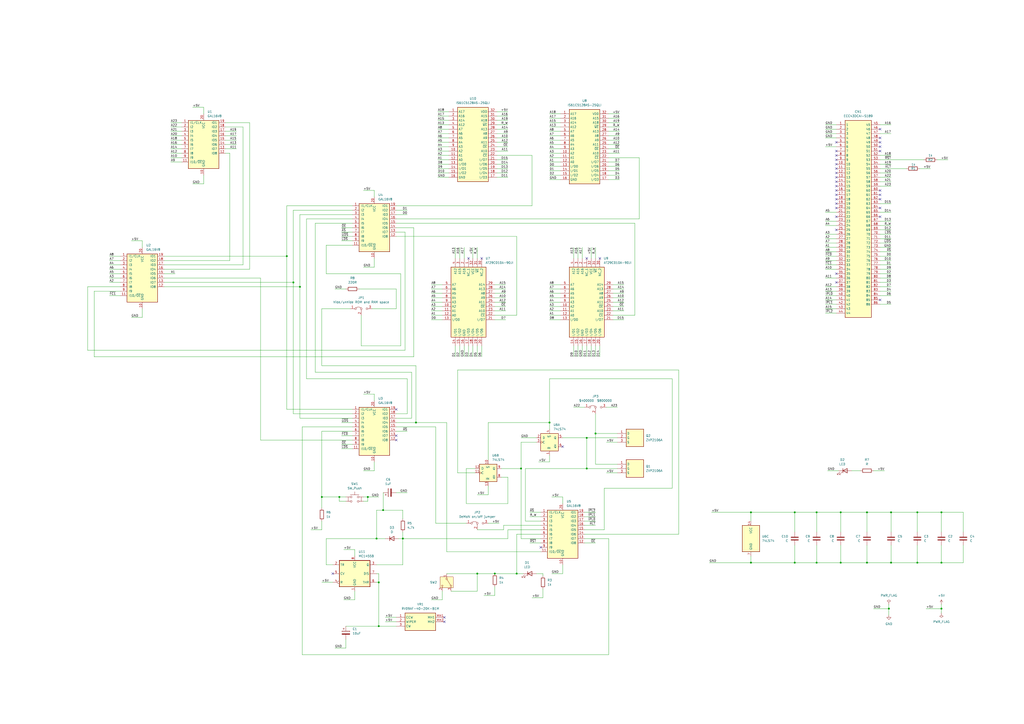
<source format=kicad_sch>
(kicad_sch (version 20250114) (generator "eeschema") (generator_version "9.0")
  (paper "A2")
  (title_block (title "Action Replay III remake") (date "2024-07-11") (comment 1 "By na103"))
  (junction (at 461.01 326.39))
  (junction (at 515.62 353.06))
  (junction (at 487.68 326.39))
  (junction (at 532.13 326.39))
  (junction (at 299.72 332.74))
  (junction (at 218.44 312.42))
  (junction (at 345.44 251.46))
  (junction (at 222.25 295.91))
  (junction (at 473.71 297.18))
  (junction (at 186.69 288.29))
  (junction (at 233.68 312.42))
  (junction (at 318.77 245.11))
  (junction (at 302.26 271.78))
  (junction (at 435.61 297.18))
  (junction (at 241.3 245.11))
  (junction (at 546.1 326.39))
  (junction (at 170.18 163.83))
  (junction (at 219.71 363.22))
  (junction (at 546.1 353.06))
  (junction (at 502.92 297.18))
  (junction (at 287.02 332.74))
  (junction (at 516.89 326.39))
  (junction (at 516.89 297.18))
  (junction (at 502.92 326.39))
  (junction (at 173.99 166.37))
  (junction (at 546.1 297.18))
  (junction (at 487.68 297.18))
  (junction (at 473.71 326.39))
  (junction (at 435.61 326.39))
  (junction (at 461.01 297.18))
  (junction (at 219.71 337.82))
  (junction (at 276.86 332.74))
  (junction (at 196.85 288.29))
  (junction (at 532.13 297.18))
  (junction (at 340.36 254))
  (junction (at 213.36 288.29))
  (junction (at 340.36 271.78))
  (junction (at 166.37 148.59))
  (no_connect (at 510.54 87.63))
  (no_connect (at 510.54 82.55))
  (no_connect (at 510.54 115.57))
  (no_connect (at 257.81 358.14))
  (no_connect (at 229.87 252.73))
  (no_connect (at 485.14 113.03))
  (no_connect (at 485.14 133.35))
  (no_connect (at 485.14 105.41))
  (no_connect (at 229.87 237.49))
  (no_connect (at 485.14 92.71))
  (no_connect (at 313.69 317.5))
  (no_connect (at 510.54 120.65))
  (no_connect (at 485.14 118.11))
  (no_connect (at 485.14 125.73))
  (no_connect (at 485.14 102.87))
  (no_connect (at 510.54 173.99))
  (no_connect (at 485.14 87.63))
  (no_connect (at 279.4 149.86))
  (no_connect (at 193.04 332.74))
  (no_connect (at 485.14 107.95))
  (no_connect (at 271.78 149.86))
  (no_connect (at 485.14 163.83))
  (no_connect (at 510.54 110.49))
  (no_connect (at 510.54 80.01))
  (no_connect (at 326.39 259.08))
  (no_connect (at 485.14 158.75))
  (no_connect (at 347.98 149.86))
  (no_connect (at 485.14 95.25))
  (no_connect (at 485.14 82.55))
  (no_connect (at 485.14 100.33))
  (no_connect (at 510.54 74.93))
  (no_connect (at 229.87 255.27))
  (no_connect (at 510.54 85.09))
  (no_connect (at 257.81 360.68))
  (no_connect (at 510.54 113.03))
  (no_connect (at 510.54 125.73))
  (no_connect (at 485.14 90.17))
  (no_connect (at 485.14 115.57))
  (no_connect (at 485.14 97.79))
  (no_connect (at 485.14 110.49))
  (no_connect (at 485.14 120.65))
  (no_connect (at 340.36 149.86))
  (wire (pts (xy 308.61 90.17) (xy 288.29 90.17)))
  (wire (pts (xy 198.12 257.81) (xy 204.47 257.81)))
  (wire (pts (xy 229.87 179.07) (xy 215.9 179.07)))
  (wire (pts (xy 478.79 168.91) (xy 485.14 168.91)))
  (wire (pts (xy 198.12 134.62) (xy 204.47 134.62)))
  (wire (pts (xy 133.35 151.13) (xy 133.35 88.9)))
  (wire (pts (xy 218.44 312.42) (xy 223.52 312.42)))
  (wire (pts (xy 546.1 316.23) (xy 546.1 326.39)))
  (wire (pts (xy 478.79 151.13) (xy 485.14 151.13)))
  (wire (pts (xy 478.79 146.05) (xy 485.14 146.05)))
  (wire (pts (xy 95.25 153.67) (xy 140.97 153.67)))
  (wire (pts (xy 318.77 81.28) (xy 325.12 81.28)))
  (wire (pts (xy 250.19 182.88) (xy 256.54 182.88)))
  (wire (pts (xy 350.52 307.34) (xy 350.52 283.21)))
  (wire (pts (xy 326.39 288.29) (xy 326.39 292.1)))
  (wire (pts (xy 254 64.77) (xy 260.35 64.77)))
  (wire (pts (xy 99.06 83.82) (xy 105.41 83.82)))
  (wire (pts (xy 294.64 307.34) (xy 294.64 312.42)))
  (wire (pts (xy 294.64 92.71) (xy 288.29 92.71)))
  (wire (pts (xy 217.17 267.97) (xy 217.17 273.05)))
  (wire (pts (xy 435.61 326.39) (xy 461.01 326.39)))
  (wire (pts (xy 345.44 314.96) (xy 339.09 314.96)))
  (wire (pts (xy 111.76 106.68) (xy 118.11 106.68)))
  (wire (pts (xy 516.89 146.05) (xy 510.54 146.05)))
  (wire (pts (xy 259.08 332.74) (xy 276.86 332.74)))
  (wire (pts (xy 293.37 170.18) (xy 287.02 170.18)))
  (wire (pts (xy 95.25 151.13) (xy 133.35 151.13)))
  (wire (pts (xy 532.13 297.18) (xy 532.13 308.61)))
  (wire (pts (xy 539.75 97.79) (xy 533.4 97.79)))
  (wire (pts (xy 293.37 172.72) (xy 287.02 172.72)))
  (wire (pts (xy 265.43 274.32) (xy 275.59 274.32)))
  (wire (pts (xy 359.41 68.58) (xy 353.06 68.58)))
  (wire (pts (xy 487.68 326.39) (xy 487.68 316.23)))
  (wire (pts (xy 276.86 143.51) (xy 276.86 149.86)))
  (wire (pts (xy 294.64 100.33) (xy 288.29 100.33)))
  (wire (pts (xy 461.01 326.39) (xy 473.71 326.39)))
  (wire (pts (xy 173.99 166.37) (xy 173.99 242.57)))
  (wire (pts (xy 318.77 182.88) (xy 325.12 182.88)))
  (wire (pts (xy 546.1 297.18) (xy 546.1 308.61)))
  (wire (pts (xy 318.77 245.11) (xy 318.77 248.92)))
  (wire (pts (xy 213.36 288.29) (xy 213.36 290.83)))
  (wire (pts (xy 411.48 326.39) (xy 435.61 326.39)))
  (wire (pts (xy 266.7 207.01) (xy 266.7 200.66)))
  (wire (pts (xy 546.1 350.52) (xy 546.1 353.06)))
  (wire (pts (xy 478.79 181.61) (xy 485.14 181.61)))
  (wire (pts (xy 198.12 137.16) (xy 204.47 137.16)))
  (wire (pts (xy 318.77 66.04) (xy 325.12 66.04)))
  (wire (pts (xy 236.22 250.19) (xy 229.87 250.19)))
  (wire (pts (xy 99.06 76.2) (xy 105.41 76.2)))
  (wire (pts (xy 232.41 158.75) (xy 232.41 200.66)))
  (wire (pts (xy 370.84 127) (xy 370.84 91.44)))
  (wire (pts (xy 196.85 290.83) (xy 200.66 290.83)))
  (wire (pts (xy 516.89 123.19) (xy 510.54 123.19)))
  (wire (pts (xy 350.52 283.21) (xy 389.89 283.21)))
  (wire (pts (xy 254 95.25) (xy 260.35 95.25)))
  (wire (pts (xy 210.82 228.6) (xy 217.17 228.6)))
  (wire (pts (xy 101.6 158.75) (xy 95.25 158.75)))
  (wire (pts (xy 229.87 132.08) (xy 240.03 132.08)))
  (wire (pts (xy 293.37 165.1) (xy 287.02 165.1)))
  (wire (pts (xy 461.01 297.18) (xy 473.71 297.18)))
  (wire (pts (xy 254 74.93) (xy 260.35 74.93)))
  (wire (pts (xy 250.19 170.18) (xy 256.54 170.18)))
  (wire (pts (xy 250.19 177.8) (xy 256.54 177.8)))
  (wire (pts (xy 345.44 297.18) (xy 339.09 297.18)))
  (wire (pts (xy 516.89 151.13) (xy 510.54 151.13)))
  (wire (pts (xy 502.92 297.18) (xy 502.92 308.61)))
  (wire (pts (xy 50.8 203.2) (xy 50.8 166.37)))
  (wire (pts (xy 95.25 161.29) (xy 151.13 161.29)))
  (wire (pts (xy 259.08 245.11) (xy 241.3 245.11)))
  (wire (pts (xy 205.74 318.77) (xy 205.74 322.58)))
  (wire (pts (xy 254 77.47) (xy 260.35 77.47)))
  (wire (pts (xy 254 67.31) (xy 260.35 67.31)))
  (wire (pts (xy 313.69 312.42) (xy 302.26 312.42)))
  (wire (pts (xy 487.68 297.18) (xy 502.92 297.18)))
  (wire (pts (xy 210.82 154.94) (xy 217.17 154.94)))
  (wire (pts (xy 63.5 161.29) (xy 69.85 161.29)))
  (wire (pts (xy 516.89 138.43) (xy 510.54 138.43)))
  (wire (pts (xy 250.19 185.42) (xy 256.54 185.42)))
  (wire (pts (xy 293.37 177.8) (xy 287.02 177.8)))
  (wire (pts (xy 213.36 288.29) (xy 219.71 288.29)))
  (wire (pts (xy 236.22 124.46) (xy 229.87 124.46)))
  (wire (pts (xy 254 69.85) (xy 260.35 69.85)))
  (wire (pts (xy 361.95 185.42) (xy 355.6 185.42)))
  (wire (pts (xy 294.64 85.09) (xy 288.29 85.09)))
  (wire (pts (xy 516.89 133.35) (xy 510.54 133.35)))
  (wire (pts (xy 513.08 273.05) (xy 506.73 273.05)))
  (wire (pts (xy 241.3 212.09) (xy 186.69 212.09)))
  (wire (pts (xy 478.79 153.67) (xy 485.14 153.67)))
  (wire (pts (xy 137.16 83.82) (xy 130.81 83.82)))
  (wire (pts (xy 177.8 219.71) (xy 236.22 219.71)))
  (wire (pts (xy 478.79 77.47) (xy 485.14 77.47)))
  (wire (pts (xy 186.69 212.09) (xy 186.69 179.07)))
  (wire (pts (xy 99.06 81.28) (xy 105.41 81.28)))
  (wire (pts (xy 478.79 148.59) (xy 485.14 148.59)))
  (wire (pts (xy 435.61 297.18) (xy 435.61 302.26)))
  (wire (pts (xy 478.79 138.43) (xy 485.14 138.43)))
  (wire (pts (xy 516.89 143.51) (xy 510.54 143.51)))
  (wire (pts (xy 294.64 74.93) (xy 288.29 74.93)))
  (wire (pts (xy 294.64 77.47) (xy 288.29 77.47)))
  (wire (pts (xy 254 90.17) (xy 260.35 90.17)))
  (wire (pts (xy 308.61 119.38) (xy 308.61 90.17)))
  (wire (pts (xy 393.7 309.88) (xy 393.7 214.63)))
  (wire (pts (xy 353.06 379.73) (xy 175.26 379.73)))
  (wire (pts (xy 314.96 334.01) (xy 314.96 332.74)))
  (wire (pts (xy 217.17 110.49) (xy 217.17 114.3)))
  (wire (pts (xy 314.96 332.74) (xy 311.15 332.74)))
  (wire (pts (xy 515.62 353.06) (xy 515.62 356.87)))
  (wire (pts (xy 302.26 256.54) (xy 311.15 256.54)))
  (wire (pts (xy 276.86 207.01) (xy 276.86 200.66)))
  (wire (pts (xy 516.89 176.53) (xy 510.54 176.53)))
  (wire (pts (xy 516.89 326.39) (xy 516.89 316.23)))
  (wire (pts (xy 222.25 285.75) (xy 222.25 295.91)))
  (wire (pts (xy 95.25 166.37) (xy 173.99 166.37)))
  (wire (pts (xy 252.73 303.53) (xy 270.51 303.53)))
  (wire (pts (xy 279.4 207.01) (xy 279.4 200.66)))
  (wire (pts (xy 318.77 172.72) (xy 325.12 172.72)))
  (wire (pts (xy 236.22 285.75) (xy 229.87 285.75)))
  (wire (pts (xy 99.06 91.44) (xy 105.41 91.44)))
  (wire (pts (xy 510.54 92.71) (xy 535.94 92.71)))
  (wire (pts (xy 210.82 110.49) (xy 217.17 110.49)))
  (wire (pts (xy 200.66 363.22) (xy 219.71 363.22)))
  (wire (pts (xy 546.1 353.06) (xy 546.1 355.6)))
  (wire (pts (xy 240.03 132.08) (xy 240.03 207.01)))
  (wire (pts (xy 233.68 308.61) (xy 233.68 312.42)))
  (wire (pts (xy 358.14 236.22) (xy 351.79 236.22)))
  (wire (pts (xy 63.5 153.67) (xy 69.85 153.67)))
  (wire (pts (xy 389.89 219.71) (xy 318.77 219.71)))
  (wire (pts (xy 198.12 252.73) (xy 204.47 252.73)))
  (wire (pts (xy 478.79 85.09) (xy 485.14 85.09)))
  (wire (pts (xy 276.86 307.34) (xy 292.1 307.34)))
  (wire (pts (xy 287.02 332.74) (xy 276.86 332.74)))
  (wire (pts (xy 287.02 340.36) (xy 287.02 345.44)))
  (wire (pts (xy 359.41 88.9) (xy 353.06 88.9)))
  (wire (pts (xy 359.41 83.82) (xy 353.06 83.82)))
  (wire (pts (xy 318.77 185.42) (xy 325.12 185.42)))
  (wire (pts (xy 359.41 76.2) (xy 353.06 76.2)))
  (wire (pts (xy 189.23 142.24) (xy 189.23 158.75)))
  (wire (pts (xy 118.11 62.23) (xy 118.11 66.04)))
  (wire (pts (xy 218.44 327.66) (xy 233.68 327.66)))
  (wire (pts (xy 210.82 273.05) (xy 217.17 273.05)))
  (wire (pts (xy 359.41 81.28) (xy 353.06 81.28)))
  (wire (pts (xy 361.95 175.26) (xy 355.6 175.26)))
  (wire (pts (xy 261.62 342.9) (xy 276.86 342.9)))
  (wire (pts (xy 361.95 177.8) (xy 355.6 177.8)))
  (wire (pts (xy 189.23 158.75) (xy 232.41 158.75)))
  (wire (pts (xy 302.26 312.42) (xy 302.26 271.78)))
  (wire (pts (xy 342.9 149.86) (xy 342.9 143.51)))
  (wire (pts (xy 250.19 180.34) (xy 256.54 180.34)))
  (wire (pts (xy 516.89 107.95) (xy 510.54 107.95)))
  (wire (pts (xy 293.37 175.26) (xy 287.02 175.26)))
  (wire (pts (xy 182.88 215.9) (xy 238.76 215.9)))
  (wire (pts (xy 516.89 326.39) (xy 532.13 326.39)))
  (wire (pts (xy 238.76 242.57) (xy 229.87 242.57)))
  (wire (pts (xy 339.09 307.34) (xy 350.52 307.34)))
  (wire (pts (xy 219.71 363.22) (xy 229.87 363.22)))
  (wire (pts (xy 478.79 74.93) (xy 485.14 74.93)))
  (wire (pts (xy 186.69 250.19) (xy 186.69 288.29)))
  (wire (pts (xy 250.19 175.26) (xy 256.54 175.26)))
  (wire (pts (xy 95.25 156.21) (xy 144.78 156.21)))
  (wire (pts (xy 290.83 276.86) (xy 294.64 276.86)))
  (wire (pts (xy 270.51 271.78) (xy 275.59 271.78)))
  (wire (pts (xy 318.77 167.64) (xy 325.12 167.64)))
  (wire (pts (xy 478.79 161.29) (xy 485.14 161.29)))
  (wire (pts (xy 218.44 312.42) (xy 189.23 312.42)))
  (wire (pts (xy 345.44 302.26) (xy 339.09 302.26)))
  (wire (pts (xy 516.89 105.41) (xy 510.54 105.41)))
  (wire (pts (xy 54.61 168.91) (xy 69.85 168.91)))
  (wire (pts (xy 546.1 326.39) (xy 532.13 326.39)))
  (wire (pts (xy 318.77 165.1) (xy 325.12 165.1)))
  (wire (pts (xy 151.13 255.27) (xy 204.47 255.27)))
  (wire (pts (xy 177.8 127) (xy 177.8 219.71)))
  (wire (pts (xy 302.26 271.78) (xy 302.26 256.54)))
  (wire (pts (xy 516.89 102.87) (xy 510.54 102.87)))
  (wire (pts (xy 82.55 179.07) (xy 82.55 184.15)))
  (wire (pts (xy 478.79 135.89) (xy 485.14 135.89)))
  (wire (pts (xy 345.44 207.01) (xy 345.44 200.66)))
  (wire (pts (xy 368.3 182.88) (xy 355.6 182.88)))
  (wire (pts (xy 292.1 304.8) (xy 313.69 304.8)))
  (wire (pts (xy 307.34 299.72) (xy 313.69 299.72)))
  (wire (pts (xy 99.06 86.36) (xy 105.41 86.36)))
  (wire (pts (xy 63.5 148.59) (xy 69.85 148.59)))
  (wire (pts (xy 359.41 66.04) (xy 353.06 66.04)))
  (wire (pts (xy 223.52 360.68) (xy 229.87 360.68)))
  (wire (pts (xy 205.74 342.9) (xy 205.74 347.98)))
  (wire (pts (xy 294.64 95.25) (xy 288.29 95.25)))
  (wire (pts (xy 204.47 121.92) (xy 170.18 121.92)))
  (wire (pts (xy 229.87 247.65) (xy 252.73 247.65)))
  (wire (pts (xy 478.79 166.37) (xy 485.14 166.37)))
  (wire (pts (xy 217.17 149.86) (xy 217.17 154.94)))
  (wire (pts (xy 516.89 77.47) (xy 510.54 77.47)))
  (wire (pts (xy 549.91 92.71) (xy 543.56 92.71)))
  (wire (pts (xy 302.26 254) (xy 311.15 254)))
  (wire (pts (xy 137.16 86.36) (xy 130.81 86.36)))
  (wire (pts (xy 208.28 167.64) (xy 229.87 167.64)))
  (wire (pts (xy 361.95 180.34) (xy 355.6 180.34)))
  (wire (pts (xy 218.44 337.82) (xy 219.71 337.82)))
  (wire (pts (xy 299.72 182.88) (xy 287.02 182.88)))
  (wire (pts (xy 76.2 139.7) (xy 82.55 139.7)))
  (wire (pts (xy 487.68 297.18) (xy 487.68 308.61)))
  (wire (pts (xy 213.36 288.29) (xy 210.82 288.29)))
  (wire (pts (xy 361.95 172.72) (xy 355.6 172.72)))
  (wire (pts (xy 337.82 207.01) (xy 337.82 200.66)))
  (wire (pts (xy 313.69 307.34) (xy 294.64 307.34)))
  (wire (pts (xy 359.41 99.06) (xy 353.06 99.06)))
  (wire (pts (xy 359.41 96.52) (xy 353.06 96.52)))
  (wire (pts (xy 478.79 72.39) (xy 485.14 72.39)))
  (wire (pts (xy 173.99 242.57) (xy 204.47 242.57)))
  (wire (pts (xy 546.1 297.18) (xy 558.8 297.18)))
  (wire (pts (xy 82.55 139.7) (xy 82.55 143.51)))
  (wire (pts (xy 170.18 163.83) (xy 170.18 240.03)))
  (wire (pts (xy 254 97.79) (xy 260.35 97.79)))
  (wire (pts (xy 345.44 269.24) (xy 358.14 269.24)))
  (wire (pts (xy 294.64 72.39) (xy 288.29 72.39)))
  (wire (pts (xy 151.13 161.29) (xy 151.13 255.27)))
  (wire (pts (xy 318.77 264.16) (xy 318.77 267.97)))
  (wire (pts (xy 137.16 76.2) (xy 130.81 76.2)))
  (wire (pts (xy 270.51 292.1) (xy 270.51 271.78)))
  (wire (pts (xy 480.06 273.05) (xy 486.41 273.05)))
  (wire (pts (xy 294.64 292.1) (xy 270.51 292.1)))
  (wire (pts (xy 473.71 297.18) (xy 473.71 308.61)))
  (wire (pts (xy 233.68 312.42) (xy 294.64 312.42)))
  (wire (pts (xy 198.12 132.08) (xy 204.47 132.08)))
  (wire (pts (xy 318.77 104.14) (xy 325.12 104.14)))
  (wire (pts (xy 506.73 353.06) (xy 515.62 353.06)))
  (wire (pts (xy 50.8 166.37) (xy 69.85 166.37)))
  (wire (pts (xy 359.41 71.12) (xy 353.06 71.12)))
  (wire (pts (xy 516.89 161.29) (xy 510.54 161.29)))
  (wire (pts (xy 254 82.55) (xy 260.35 82.55)))
  (wire (pts (xy 189.23 142.24) (xy 204.47 142.24)))
  (wire (pts (xy 345.44 143.51) (xy 345.44 149.86)))
  (wire (pts (xy 293.37 185.42) (xy 287.02 185.42)))
  (wire (pts (xy 332.74 143.51) (xy 332.74 149.86)))
  (wire (pts (xy 294.64 80.01) (xy 288.29 80.01)))
  (wire (pts (xy 232.41 200.66) (xy 209.55 200.66)))
  (wire (pts (xy 299.72 309.88) (xy 299.72 332.74)))
  (wire (pts (xy 516.89 156.21) (xy 510.54 156.21)))
  (wire (pts (xy 303.53 332.74) (xy 299.72 332.74)))
  (wire (pts (xy 233.68 300.99) (xy 233.68 295.91)))
  (wire (pts (xy 318.77 170.18) (xy 325.12 170.18)))
  (wire (pts (xy 166.37 119.38) (xy 204.47 119.38)))
  (wire (pts (xy 293.37 180.34) (xy 287.02 180.34)))
  (wire (pts (xy 318.77 177.8) (xy 325.12 177.8)))
  (wire (pts (xy 198.12 260.35) (xy 204.47 260.35)))
  (wire (pts (xy 345.44 251.46) (xy 358.14 251.46)))
  (wire (pts (xy 283.21 266.7) (xy 283.21 245.11)))
  (wire (pts (xy 389.89 283.21) (xy 389.89 219.71)))
  (wire (pts (xy 537.21 353.06) (xy 546.1 353.06)))
  (wire (pts (xy 461.01 316.23) (xy 461.01 326.39)))
  (wire (pts (xy 137.16 78.74) (xy 130.81 78.74)))
  (wire (pts (xy 326.39 327.66) (xy 326.39 332.74)))
  (wire (pts (xy 494.03 273.05) (xy 499.11 273.05)))
  (wire (pts (xy 307.34 314.96) (xy 313.69 314.96)))
  (wire (pts (xy 318.77 180.34) (xy 325.12 180.34)))
  (wire (pts (xy 478.79 156.21) (xy 485.14 156.21)))
  (wire (pts (xy 345.44 304.8) (xy 339.09 304.8)))
  (wire (pts (xy 516.89 153.67) (xy 510.54 153.67)))
  (wire (pts (xy 209.55 200.66) (xy 209.55 182.88)))
  (wire (pts (xy 478.79 179.07) (xy 485.14 179.07)))
  (wire (pts (xy 166.37 119.38) (xy 166.37 148.59)))
  (wire (pts (xy 359.41 101.6) (xy 353.06 101.6)))
  (wire (pts (xy 487.68 326.39) (xy 502.92 326.39)))
  (wire (pts (xy 217.17 228.6) (xy 217.17 232.41)))
  (wire (pts (xy 312.42 267.97) (xy 318.77 267.97)))
  (wire (pts (xy 198.12 245.11) (xy 204.47 245.11)))
  (wire (pts (xy 238.76 215.9) (xy 238.76 242.57)))
  (wire (pts (xy 219.71 337.82) (xy 219.71 363.22)))
  (wire (pts (xy 274.32 149.86) (xy 274.32 143.51)))
  (wire (pts (xy 478.79 176.53) (xy 485.14 176.53)))
  (wire (pts (xy 166.37 148.59) (xy 166.37 237.49)))
  (wire (pts (xy 229.87 129.54) (xy 368.3 129.54)))
  (wire (pts (xy 218.44 295.91) (xy 218.44 312.42)))
  (wire (pts (xy 473.71 297.18) (xy 487.68 297.18)))
  (wire (pts (xy 299.72 137.16) (xy 229.87 137.16)))
  (wire (pts (xy 140.97 73.66) (xy 130.81 73.66)))
  (wire (pts (xy 339.09 312.42) (xy 353.06 312.42)))
  (wire (pts (xy 359.41 73.66) (xy 353.06 73.66)))
  (wire (pts (xy 335.28 143.51) (xy 335.28 149.86)))
  (wire (pts (xy 318.77 73.66) (xy 325.12 73.66)))
  (wire (pts (xy 63.5 171.45) (xy 69.85 171.45)))
  (wire (pts (xy 266.7 143.51) (xy 266.7 149.86)))
  (wire (pts (xy 254 87.63) (xy 260.35 87.63)))
  (wire (pts (xy 175.26 247.65) (xy 204.47 247.65)))
  (wire (pts (xy 370.84 91.44) (xy 353.06 91.44)))
  (wire (pts (xy 99.06 93.98) (xy 105.41 93.98)))
  (wire (pts (xy 516.89 297.18) (xy 516.89 308.61)))
  (wire (pts (xy 254 85.09) (xy 260.35 85.09)))
  (wire (pts (xy 351.79 256.54) (xy 358.14 256.54)))
  (wire (pts (xy 199.39 318.77) (xy 205.74 318.77)))
  (wire (pts (xy 359.41 78.74) (xy 353.06 78.74)))
  (wire (pts (xy 337.82 143.51) (xy 337.82 149.86)))
  (wire (pts (xy 313.69 302.26) (xy 304.8 302.26)))
  (wire (pts (xy 294.64 64.77) (xy 288.29 64.77)))
  (wire (pts (xy 478.79 171.45) (xy 485.14 171.45)))
  (wire (pts (xy 558.8 326.39) (xy 546.1 326.39)))
  (wire (pts (xy 318.77 91.44) (xy 325.12 91.44)))
  (wire (pts (xy 95.25 163.83) (xy 170.18 163.83)))
  (wire (pts (xy 516.89 118.11) (xy 510.54 118.11)))
  (wire (pts (xy 133.35 88.9) (xy 130.81 88.9)))
  (wire (pts (xy 368.3 129.54) (xy 368.3 182.88)))
  (wire (pts (xy 111.76 62.23) (xy 118.11 62.23)))
  (wire (pts (xy 186.69 337.82) (xy 193.04 337.82)))
  (wire (pts (xy 516.89 130.81) (xy 510.54 130.81)))
  (wire (pts (xy 502.92 326.39) (xy 516.89 326.39)))
  (wire (pts (xy 299.72 332.74) (xy 287.02 332.74)))
  (wire (pts (xy 186.69 288.29) (xy 196.85 288.29)))
  (wire (pts (xy 265.43 214.63) (xy 265.43 274.32)))
  (wire (pts (xy 240.03 207.01) (xy 54.61 207.01)))
  (wire (pts (xy 54.61 207.01) (xy 54.61 168.91)))
  (wire (pts (xy 204.47 127) (xy 177.8 127)))
  (wire (pts (xy 186.69 302.26) (xy 186.69 307.34)))
  (wire (pts (xy 99.06 71.12) (xy 105.41 71.12)))
  (wire (pts (xy 359.41 86.36) (xy 353.06 86.36)))
  (wire (pts (xy 318.77 71.12) (xy 325.12 71.12)))
  (wire (pts (xy 118.11 101.6) (xy 118.11 106.68)))
  (wire (pts (xy 233.68 295.91) (xy 222.25 295.91)))
  (wire (pts (xy 182.88 129.54) (xy 182.88 215.9)))
  (wire (pts (xy 204.47 250.19) (xy 186.69 250.19)))
  (wire (pts (xy 198.12 139.7) (xy 204.47 139.7)))
  (wire (pts (xy 234.95 203.2) (xy 50.8 203.2)))
  (wire (pts (xy 250.19 165.1) (xy 256.54 165.1)))
  (wire (pts (xy 294.64 97.79) (xy 288.29 97.79)))
  (wire (pts (xy 166.37 237.49) (xy 204.47 237.49)))
  (wire (pts (xy 516.89 171.45) (xy 510.54 171.45)))
  (wire (pts (xy 558.8 316.23) (xy 558.8 326.39)))
  (wire (pts (xy 412.75 297.18) (xy 435.61 297.18)))
  (wire (pts (xy 63.5 158.75) (xy 69.85 158.75)))
  (wire (pts (xy 340.36 271.78) (xy 340.36 254)))
  (wire (pts (xy 478.79 143.51) (xy 485.14 143.51)))
  (wire (pts (xy 345.44 251.46) (xy 345.44 269.24)))
  (wire (pts (xy 502.92 297.18) (xy 516.89 297.18)))
  (wire (pts (xy 516.89 135.89) (xy 510.54 135.89)))
  (wire (pts (xy 478.79 80.01) (xy 485.14 80.01)))
  (wire (pts (xy 144.78 71.12) (xy 130.81 71.12)))
  (wire (pts (xy 478.79 123.19) (xy 485.14 123.19)))
  (wire (pts (xy 478.79 140.97) (xy 485.14 140.97)))
  (wire (pts (xy 186.69 288.29) (xy 186.69 294.64)))
  (wire (pts (xy 196.85 288.29) (xy 200.66 288.29)))
  (wire (pts (xy 283.21 281.94) (xy 283.21 287.02)))
  (wire (pts (xy 516.89 100.33) (xy 510.54 100.33)))
  (wire (pts (xy 259.08 245.11) (xy 259.08 320.04)))
  (wire (pts (xy 252.73 247.65) (xy 252.73 303.53)))
  (wire (pts (xy 271.78 207.01) (xy 271.78 200.66)))
  (wire (pts (xy 236.22 121.92) (xy 229.87 121.92)))
  (wire (pts (xy 229.87 119.38) (xy 308.61 119.38)))
  (wire (pts (xy 347.98 207.01) (xy 347.98 200.66)))
  (wire (pts (xy 516.89 168.91) (xy 510.54 168.91)))
  (wire (pts (xy 307.34 297.18) (xy 313.69 297.18)))
  (wire (pts (xy 532.13 326.39) (xy 532.13 316.23)))
  (wire (pts (xy 194.31 375.92) (xy 200.66 375.92)))
  (wire (pts (xy 532.13 297.18) (xy 546.1 297.18)))
  (wire (pts (xy 339.09 309.88) (xy 393.7 309.88)))
  (wire (pts (xy 204.47 129.54) (xy 182.88 129.54)))
  (wire (pts (xy 292.1 307.34) (xy 292.1 304.8)))
  (wire (pts (xy 144.78 156.21) (xy 144.78 71.12)))
  (wire (pts (xy 229.87 245.11) (xy 241.3 245.11)))
  (wire (pts (xy 478.79 173.99) (xy 485.14 173.99)))
  (wire (pts (xy 254 92.71) (xy 260.35 92.71)))
  (wire (pts (xy 359.41 104.14) (xy 353.06 104.14)))
  (wire (pts (xy 361.95 167.64) (xy 355.6 167.64)))
  (wire (pts (xy 199.39 347.98) (xy 205.74 347.98)))
  (wire (pts (xy 196.85 288.29) (xy 196.85 290.83)))
  (wire (pts (xy 254 80.01) (xy 260.35 80.01)))
  (wire (pts (xy 189.23 312.42) (xy 189.23 327.66)))
  (wire (pts (xy 516.89 297.18) (xy 532.13 297.18)))
  (wire (pts (xy 393.7 214.63) (xy 265.43 214.63)))
  (wire (pts (xy 502.92 326.39) (xy 502.92 316.23)))
  (wire (pts (xy 264.16 143.51) (xy 264.16 149.86)))
  (wire (pts (xy 259.08 320.04) (xy 313.69 320.04)))
  (wire (pts (xy 351.79 274.32) (xy 358.14 274.32)))
  (wire (pts (xy 231.14 312.42) (xy 233.68 312.42)))
  (wire (pts (xy 313.69 309.88) (xy 299.72 309.88)))
  (wire (pts (xy 229.87 127) (xy 370.84 127)))
  (wire (pts (xy 269.24 143.51) (xy 269.24 149.86)))
  (wire (pts (xy 318.77 78.74) (xy 325.12 78.74)))
  (wire (pts (xy 274.32 207.01) (xy 274.32 200.66)))
  (wire (pts (xy 345.44 240.03) (xy 345.44 251.46)))
  (wire (pts (xy 218.44 332.74) (xy 219.71 332.74)))
  (wire (pts (xy 340.36 207.01) (xy 340.36 200.66)))
  (wire (pts (xy 276.86 287.02) (xy 283.21 287.02)))
  (wire (pts (xy 189.23 327.66) (xy 193.04 327.66)))
  (wire (pts (xy 353.06 312.42) (xy 353.06 379.73)))
  (wire (pts (xy 175.26 379.73) (xy 175.26 247.65)))
  (wire (pts (xy 194.31 167.64) (xy 200.66 167.64)))
  (wire (pts (xy 308.61 346.71) (xy 314.96 346.71)))
  (wire (pts (xy 304.8 302.26) (xy 304.8 271.78)))
  (wire (pts (xy 76.2 184.15) (xy 82.55 184.15)))
  (wire (pts (xy 283.21 245.11) (xy 318.77 245.11)))
  (wire (pts (xy 345.44 299.72) (xy 339.09 299.72)))
  (wire (pts (xy 318.77 175.26) (xy 325.12 175.26)))
  (wire (pts (xy 180.34 307.34) (xy 186.69 307.34)))
  (wire (pts (xy 186.69 179.07) (xy 203.2 179.07)))
  (wire (pts (xy 478.79 130.81) (xy 485.14 130.81)))
  (wire (pts (xy 222.25 295.91) (xy 218.44 295.91)))
  (wire (pts (xy 170.18 121.92) (xy 170.18 163.83)))
  (wire (pts (xy 516.89 140.97) (xy 510.54 140.97)))
  (wire (pts (xy 250.19 347.98) (xy 256.54 347.98)))
  (wire (pts (xy 254 100.33) (xy 260.35 100.33)))
  (wire (pts (xy 473.71 326.39) (xy 487.68 326.39)))
  (wire (pts (xy 515.62 350.52) (xy 515.62 353.06)))
  (wire (pts (xy 294.64 67.31) (xy 288.29 67.31)))
  (wire (pts (xy 236.22 219.71) (xy 236.22 240.03)))
  (wire (pts (xy 236.22 240.03) (xy 229.87 240.03)))
  (wire (pts (xy 276.86 332.74) (xy 276.86 342.9)))
  (wire (pts (xy 63.5 163.83) (xy 69.85 163.83)))
  (wire (pts (xy 294.64 276.86) (xy 294.64 292.1)))
  (wire (pts (xy 342.9 207.01) (xy 342.9 200.66)))
  (wire (pts (xy 264.16 207.01) (xy 264.16 200.66)))
  (wire (pts (xy 173.99 124.46) (xy 173.99 166.37)))
  (wire (pts (xy 299.72 137.16) (xy 299.72 182.88)))
  (wire (pts (xy 293.37 167.64) (xy 287.02 167.64)))
  (wire (pts (xy 320.04 332.74) (xy 326.39 332.74)))
  (wire (pts (xy 250.19 172.72) (xy 256.54 172.72)))
  (wire (pts (xy 269.24 207.01) (xy 269.24 200.66)))
  (wire (pts (xy 254 102.87) (xy 260.35 102.87)))
  (wire (pts (xy 95.25 148.59) (xy 166.37 148.59)))
  (wire (pts (xy 318.77 68.58) (xy 325.12 68.58)))
  (wire (pts (xy 340.36 271.78) (xy 358.14 271.78)))
  (wire (pts (xy 361.95 170.18) (xy 355.6 170.18)))
  (wire (pts (xy 461.01 297.18) (xy 461.01 308.61)))
  (wire (pts (xy 361.95 165.1) (xy 355.6 165.1)))
  (wire (pts (xy 294.64 87.63) (xy 288.29 87.63)))
  (wire (pts (xy 435.61 297.18) (xy 461.01 297.18)))
  (wire (pts (xy 516.89 166.37) (xy 510.54 166.37)))
  (wire (pts (xy 290.83 271.78) (xy 302.26 271.78)))
  (wire (pts (xy 318.77 93.98) (xy 325.12 93.98)))
  (wire (pts (xy 516.89 163.83) (xy 510.54 163.83)))
  (wire (pts (xy 234.95 134.62) (xy 234.95 203.2)))
  (wire (pts (xy 99.06 78.74) (xy 105.41 78.74)))
  (wire (pts (xy 516.89 90.17) (xy 510.54 90.17)))
  (wire (pts (xy 318.77 219.71) (xy 318.77 245.11)))
  (wire (pts (xy 137.16 81.28) (xy 130.81 81.28)))
  (wire (pts (xy 326.39 254) (xy 340.36 254)))
  (wire (pts (xy 318.77 96.52) (xy 325.12 96.52)))
  (wire (pts (xy 289.56 303.53) (xy 283.21 303.53)))
  (wire (pts (xy 516.89 72.39) (xy 510.54 72.39)))
  (wire (pts (xy 435.61 326.39) (xy 435.61 322.58)))
  (wire (pts (xy 256.54 342.9) (xy 256.54 347.98)))
  (wire (pts (xy 223.52 358.14) (xy 229.87 358.14)))
  (wire (pts (xy 200.66 370.84) (xy 200.66 375.92)))
  (wire (pts (xy 229.87 134.62) (xy 234.95 134.62)))
  (wire (pts (xy 516.89 128.27) (xy 510.54 128.27)))
  (wire (pts (xy 229.87 167.64) (xy 229.87 179.07)))
  (wire (pts (xy 510.54 97.79) (xy 525.78 97.79)))
  (wire (pts (xy 140.97 153.67) (xy 140.97 73.66)))
  (wire (pts (xy 318.77 99.06) (xy 325.12 99.06)))
  (wire (pts (xy 99.06 73.66) (xy 105.41 73.66)))
  (wire (pts (xy 280.67 345.44) (xy 287.02 345.44)))
  (wire (pts (xy 332.74 207.01) (xy 332.74 200.66)))
  (wire (pts (xy 304.8 271.78) (xy 340.36 271.78)))
  (wire (pts (xy 516.89 95.25) (xy 510.54 95.25)))
  (wire (pts (xy 335.28 207.01) (xy 335.28 200.66)))
  (wire (pts (xy 241.3 245.11) (xy 241.3 212.09)))
  (wire (pts (xy 99.06 88.9) (xy 105.41 88.9)))
  (wire (pts (xy 233.68 327.66) (xy 233.68 312.42)))
  (wire (pts (xy 314.96 341.63) (xy 314.96 346.71)))
  (wire (pts (xy 340.36 254) (xy 358.14 254)))
  (wire (pts (xy 318.77 83.82) (xy 325.12 83.82)))
  (wire (pts (xy 318.77 88.9) (xy 325.12 88.9)))
  (wire (pts (xy 478.79 128.27) (xy 485.14 128.27)))
  (wire (pts (xy 318.77 86.36) (xy 325.12 86.36)))
  (wire (pts (xy 318.77 101.6) (xy 325.12 101.6)))
  (wire (pts (xy 516.89 158.75) (xy 510.54 158.75)))
  (wire (pts (xy 516.89 148.59) (xy 510.54 148.59)))
  (wire (pts (xy 294.64 102.87) (xy 288.29 102.87)))
  (wire (pts (xy 63.5 156.21) (xy 69.85 156.21)))
  (wire (pts (xy 204.47 124.46) (xy 173.99 124.46)))
  (wire (pts (xy 170.18 240.03) (xy 204.47 240.03)))
  (wire (pts (xy 558.8 297.18) (xy 558.8 308.61)))
  (wire (pts (xy 332.74 236.22) (xy 339.09 236.22)))
  (wire (pts (xy 219.71 332.74) (xy 219.71 337.82)))
  (wire (pts (xy 213.36 290.83) (xy 210.82 290.83)))
  (wire (pts (xy 294.64 69.85) (xy 288.29 69.85)))
  (wire (pts (xy 359.41 93.98) (xy 353.06 93.98)))
  (wire (pts (xy 294.64 82.55) (xy 288.29 82.55)))
  (wire (pts (xy 473.71 316.23) (xy 473.71 326.39)))
  (wire (pts (xy 254 72.39) (xy 260.35 72.39)))
  (wire (pts (xy 63.5 151.13) (xy 69.85 151.13)))
  (wire (pts (xy 250.19 167.64) (xy 256.54 167.64)))
  (wire (pts (xy 318.77 76.2) (xy 325.12 76.2)))
  (wire (pts (xy 320.04 288.29) (xy 326.39 288.29)))
  (label "A11" (at 294.64 87.63 180))
  (label "A13" (at 137.16 83.82 180))
  (label "D11" (at 516.89 138.43 180))
  (label "+5V" (at 111.76 62.23 0))
  (label "+5V" (at 180.34 307.34 0))
  (label "A15" (at 478.79 179.07 0))
  (label "GND" (at 194.31 167.64 0))
  (label "A16" (at 335.28 143.51 270))
  (label "D2" (at 318.77 101.6 0))
  (label "+5V" (at 513.08 273.05 180))
  (label "A3" (at 318.77 88.9 0))
  (label "D12" (at 294.64 100.33 180))
  (label "A4" (at 318.77 175.26 0))
  (label "~{FC0}" (at 478.79 148.59 0))
  (label "D4" (at 516.89 168.91 180))
  (label "+5V" (at 210.82 228.6 0))
  (label "A14" (at 361.95 167.64 180))
  (label "D1" (at 318.77 99.06 0))
  (label "A6" (at 478.79 128.27 0))
  (label "D9" (at 516.89 156.21 180))
  (label "A13" (at 264.16 143.51 270))
  (label "~{IPL1}" (at 345.44 299.72 180))
  (label "A15" (at 254 69.85 0))
  (label "GND" (at 411.48 326.39 0))
  (label "D1" (at 236.22 121.92 180))
  (label "GND" (at 320.04 332.74 0))
  (label "~{IPL0}" (at 478.79 171.45 0))
  (label "+5V" (at 359.41 66.04 180))
  (label "~{UDS}" (at 516.89 140.97 180))
  (label "R_W" (at 359.41 73.66 180))
  (label "~{OE}" (at 294.64 85.09 180))
  (label "D7" (at 359.41 93.98 180))
  (label "A3" (at 478.79 135.89 0))
  (label "A10" (at 294.64 80.01 180))
  (label "A7" (at 254 77.47 0))
  (label "A2" (at 318.77 91.44 0))
  (label "GND" (at 194.31 375.92 0))
  (label "R_W" (at 276.86 143.51 270))
  (label "A13" (at 254 72.39 0))
  (label "D14" (at 516.89 123.19 180))
  (label "+5V" (at 280.67 345.44 0))
  (label "A16" (at 359.41 68.58 180))
  (label "A23" (at 358.14 236.22 180))
  (label "A18" (at 254 64.77 0))
  (label "A7" (at 478.79 140.97 0))
  (label "~{AS}" (at 236.22 250.19 180))
  (label "D2" (at 266.7 207.01 90))
  (label "D3" (at 359.41 104.14 180))
  (label "~{RST}" (at 516.89 92.71 180))
  (label "A20" (at 99.06 78.74 0))
  (label "A17" (at 254 67.31 0))
  (label "A5" (at 478.79 123.19 0))
  (label "A18" (at 99.06 81.28 0))
  (label "A17" (at 337.82 143.51 270))
  (label "D0" (at 250.19 185.42 0))
  (label "A20" (at 516.89 100.33 180))
  (label "A8" (at 318.77 165.1 0))
  (label "A14" (at 294.64 74.93 180))
  (label "GND" (at 254 102.87 0))
  (label "A7" (at 318.77 167.64 0))
  (label "+5V" (at 276.86 287.02 0))
  (label "A16" (at 99.06 83.82 0))
  (label "R_W" (at 294.64 72.39 180))
  (label "GND" (at 236.22 285.75 180))
  (label "A19" (at 137.16 76.2 180))
  (label "A5" (at 254 82.55 0))
  (label "D13" (at 345.44 207.01 90))
  (label "D11" (at 294.64 102.87 180))
  (label "A8" (at 478.79 146.05 0))
  (label "~{IPL1}" (at 478.79 176.53 0))
  (label "A5" (at 318.77 172.72 0))
  (label "~{LDS}" (at 516.89 135.89 180))
  (label "D11" (at 340.36 207.01 90))
  (label "A23" (at 99.06 71.12 0))
  (label "R_W" (at 307.34 299.72 0))
  (label "+5V" (at 76.2 139.7 0))
  (label "~{HLT}" (at 516.89 97.79 180))
  (label "D6" (at 516.89 171.45 180))
  (label "D15" (at 361.95 185.42 180))
  (label "A6" (at 63.5 156.21 0))
  (label "GND" (at 506.73 353.06 0))
  (label "A17" (at 318.77 68.58 0))
  (label "D5" (at 276.86 207.01 90))
  (label "A13" (at 332.74 143.51 270))
  (label "A1" (at 254 92.71 0))
  (label "A7" (at 318.77 78.74 0))
  (label "GND" (at 219.71 288.29 180))
  (label "A9" (at 478.79 151.13 0))
  (label "A6" (at 318.77 170.18 0))
  (label "A22" (at 516.89 102.87 180))
  (label "GND" (at 478.79 74.93 0))
  (label "A4" (at 254 85.09 0))
  (label "~{IPL2}" (at 345.44 297.18 180))
  (label "~{FC0}" (at 198.12 252.73 0))
  (label "A23" (at 516.89 107.95 180))
  (label "~{AS}" (at 516.89 146.05 180))
  (label "A1" (at 318.77 93.98 0))
  (label "A10" (at 99.06 91.44 0))
  (label "A12" (at 361.95 175.26 180))
  (label "GND" (at 337.82 207.01 90))
  (label "+5V" (at 199.39 318.77 0))
  (label "D10" (at 254 100.33 0))
  (label "D3" (at 516.89 163.83 180))
  (label "A8" (at 318.77 76.2 0))
  (label "D5" (at 359.41 99.06 180))
  (label "A15" (at 361.95 165.1 180))
  (label "+5V" (at 549.91 92.71 180))
  (label "A4" (at 318.77 86.36 0))
  (label "~{OE}" (at 359.41 86.36 180))
  (label "+5V" (at 312.42 267.97 0))
  (label "D7" (at 516.89 166.37 180))
  (label "A11" (at 478.79 161.29 0))
  (label "A8" (at 254 74.93 0))
  (label "+5V" (at 412.75 297.18 0))
  (label "A17" (at 137.16 78.74 180))
  (label "A22" (at 99.06 73.66 0))
  (label "+5V" (at 351.79 256.54 0))
  (label "A2" (at 250.19 180.34 0))
  (label "+5V" (at 274.32 143.51 270))
  (label "A1" (at 318.77 182.88 0))
  (label "D13" (at 294.64 97.79 180))
  (label "D15" (at 294.64 92.71 180))
  (label "R_W" (at 345.44 143.51 270))
  (label "A2" (at 478.79 138.43 0))
  (label "A19" (at 294.64 69.85 180))
  (label "GND" (at 111.76 106.68 0))
  (label "A12" (at 293.37 175.26 180))
  (label "A2" (at 63.5 163.83 0))
  (label "A9" (at 359.41 78.74 180))
  (label "A18" (at 516.89 90.17 180))
  (label "+5V" (at 210.82 110.49 0))
  (label "~{FC1}" (at 478.79 153.67 0))
  (label "A7" (at 63.5 151.13 0))
  (label "D0" (at 236.22 124.46 180))
  (label "A17" (at 516.89 77.47 180))
  (label "D1" (at 516.89 153.67 180))
  (label "A3" (at 250.19 177.8 0))
  (label "+5V" (at 351.79 274.32 0))
  (label "+5V" (at 342.9 143.51 270))
  (label "D2" (at 516.89 158.75 180))
  (label "A3" (at 318.77 177.8 0))
  (label "A1" (at 250.19 182.88 0))
  (label "A21" (at 516.89 105.41 180))
  (label "~{OE}" (at 198.12 132.08 0))
  (label "A12" (at 359.41 83.82 180))
  (label "A9" (at 293.37 170.18 180))
  (label "A6" (at 254 80.01 0))
  (label "A14" (at 478.79 173.99 0))
  (label "D8" (at 516.89 161.29 180))
  (label "~{LDS}" (at 198.12 139.7 0))
  (label "A16" (at 266.7 143.51 270))
  (label "D6" (at 279.4 207.01 90))
  (label "A9" (at 294.64 77.47 180))
  (label "GND" (at 250.19 347.98 0))
  (label "A17" (at 269.24 143.51 270))
  (label "A16" (at 294.64 67.31 180))
  (label "~{AS}" (at 307.34 297.18 0))
  (label "A3" (at 63.5 161.29 0))
  (label "D8" (at 254 95.25 0))
  (label "A4" (at 250.19 175.26 0))
  (label "+5V" (at 223.52 358.14 0))
  (label "D13" (at 516.89 128.27 180))
  (label "A7" (at 250.19 167.64 0))
  (label "+5V" (at 537.21 353.06 0))
  (label "A14" (at 293.37 167.64 180))
  (label "A10" (at 361.95 172.72 180))
  (label "A19" (at 516.89 95.25 180))
  (label "A10" (at 359.41 81.28 180))
  (label "A9" (at 361.95 170.18 180))
  (label "A4" (at 478.79 130.81 0))
  (label "~{UDS}" (at 198.12 137.16 0))
  (label "GND" (at 210.82 273.05 0))
  (label "A11" (at 293.37 180.34 180))
  (label "D3" (at 271.78 207.01 90))
  (label "A6" (at 318.77 81.28 0))
  (label "GND" (at 478.79 77.47 0))
  (label "A15" (at 293.37 165.1 180))
  (label "D12" (at 342.9 207.01 90))
  (label "D9" (at 254 97.79 0))
  (label "GND" (at 480.06 273.05 0))
  (label "A10" (at 478.79 156.21 0))
  (label "A15" (at 318.77 71.12 0))
  (label "+5V" (at 223.52 360.68 0))
  (label "A22" (at 332.74 236.22 0))
  (label "A5" (at 318.77 83.82 0))
  (label "+5V" (at 539.75 97.79 180))
  (label "A14" (at 359.41 76.2 180))
  (label "GND" (at 478.79 80.01 0))
  (label "+5V" (at 308.61 346.71 0))
  (label "A8" (at 63.5 148.59 0))
  (label "+5V" (at 320.04 288.29 0))
  (label "D10" (at 335.28 207.01 90))
  (label "D8" (at 318.77 185.42 0))
  (label "D1" (at 264.16 207.01 90))
  (label "A6" (at 250.19 170.18 0))
  (label "+5V" (at 186.69 337.82 0))
  (label "D4" (at 359.41 101.6 180))
  (label "D6" (at 359.41 96.52 180))
  (label "GND" (at 269.24 207.01 90))
  (label "D14" (at 347.98 207.01 90))
  (label "A16" (at 516.89 72.39 180))
  (label "A13" (at 478.79 168.91 0))
  (label "D12" (at 516.89 133.35 180))
  (label "~{AS}" (at 198.12 134.62 0))
  (label "~{OE}" (at 293.37 177.8 180))
  (label "A2" (at 254 90.17 0))
  (label "A11" (at 137.16 86.36 180))
  (label "A14" (at 99.06 86.36 0))
  (label "A21" (at 99.06 76.2 0))
  (label "~{FC1}" (at 63.5 171.45 0))
  (label "A5" (at 250.19 172.72 0))
  (label "A3" (at 254 87.63 0))
  (label "GND" (at 210.82 154.94 0))
  (label "D0" (at 516.89 148.59 180))
  (label "A5" (at 63.5 158.75 0))
  (label "R_W" (at 516.89 130.81 180))
  (label "D10" (at 516.89 151.13 180))
  (label "GND" (at 199.39 347.98 0))
  (label "A18" (at 318.77 66.04 0))
  (label "A1" (at 101.6 158.75 180))
  (label "D4" (at 274.32 207.01 90))
  (label "D7" (at 293.37 185.42 180))
  (label "GND" (at 516.89 143.51 180))
  (label "D9" (at 332.74 207.01 90))
  (label "A12" (at 99.06 88.9 0))
  (label "A12" (at 294.64 82.55 180))
  (label "D15" (at 516.89 118.11 180))
  (label "GND" (at 302.26 254 0))
  (label "~{OE}" (at 345.44 314.96 180))
  (label "A2" (at 318.77 180.34 0))
  (label "A1" (at 478.79 143.51 0))
  (label "GND" (at 478.79 72.39 0))
  (label "~{OE}" (at 198.12 257.81 0))
  (label "D5" (at 516.89 176.53 180))
  (label "A12" (at 478.79 166.37 0))
  (label "A11" (at 359.41 88.9 180))
  (label "A13" (at 318.77 73.66 0))
  (label "+5V" (at 478.79 85.09 0))
  (label "~{IPL0}" (at 345.44 302.26 180))
  (label "GND" (at 76.2 184.15 0))
  (label "~{LDS}" (at 198.12 260.35 0))
  (label "A19" (at 359.41 71.12 180))
  (label "D0" (at 318.77 96.52 0))
  (label "GND" (at 318.77 104.14 0))
  (label "A15" (at 137.16 81.28 180))
  (label "A8" (at 250.19 165.1 0))
  (label "A10" (at 293.37 172.72 180))
  (label "D14" (at 294.64 95.25 180))
  (label "A9" (at 99.06 93.98 0))
  (label "+5V" (at 294.64 64.77 180))
  (label "+5V" (at 289.56 303.53 180))
  (label "~{HLT}" (at 345.44 304.8 180))
  (label "A11" (at 361.95 180.34 180))
  (label "~{OE}" (at 361.95 177.8 180))
  (label "~{IPL2}" (at 478.79 181.61 0))
  (label "~{UDS}" (at 198.12 245.11 0))
  (label "A4" (at 63.5 153.67 0))
  (label "~{RST}" (at 307.34 314.96 0))
  (symbol (lib_id "Device:D") (at 227.33 312.42 0) (unit 1)
    (property "Reference" "D3" (at 227.33 306.07 0))
    (property "Value" "D" (at 227.33 308.61 0))
    (property "Footprint" "Diode_SMD:D_1206_3216Metric_Pad1.42x1.75mm_HandSolder" (effects (hide yes)))
    (property "Description" "Diode" (effects (hide yes)))
    (property "Sim.Device" "D" (effects (hide yes)))
    (property "Sim.Pins" "1=K 2=A" (effects (hide yes)))
  )
  (symbol (lib_id "Device:C") (at 473.71 312.42 0) (mirror y) (unit 1)
    (property "Reference" "C9" (at 469.9 311.1499 0) (effects (justify left)))
    (property "Value" "C" (at 469.9 313.6899 0) (effects (justify left)))
    (property "Footprint" "Capacitor_SMD:C_1206_3216Metric_Pad1.33x1.80mm_HandSolder" (effects (hide yes)))
    (property "Description" "Unpolarized capacitor" (effects (hide yes)))
  )
  (symbol (lib_id "Switch:SW_Push") (at 205.74 288.29 0) (unit 1)
    (property "Reference" "SW1" (at 205.74 280.67 0))
    (property "Value" "SW_Push" (at 205.74 283.21 0))
    (property "Footprint" "Button_Switch_THT:SW_Push_2P1T_Toggle_CK_PVA1xxH1xxxxxxV2" (effects (hide yes)))
    (property "Description" "Push button switch, generic, two pins" (effects (hide yes)))
  )
  (symbol (lib_id "Device:R") (at 186.69 298.45 180) (unit 1)
    (property "Reference" "R6" (at 189.23 297.1799 0) (effects (justify right)))
    (property "Value" "1k" (at 189.23 299.7199 0) (effects (justify right)))
    (property "Footprint" "Resistor_SMD:R_1206_3216Metric_Pad1.30x1.75mm_HandSolder" (effects (hide yes)))
    (property "Description" "Resistor" (effects (hide yes)))
  )
  (symbol (lib_id "74xx:74LS74") (at 318.77 256.54 0) (unit 1)
    (property "Reference" "U6" (at 320.9641 246.38 0) (effects (justify left)))
    (property "Value" "74LS74" (at 320.9641 248.92 0) (effects (justify left)))
    (property "Footprint" "ARIII_Shared:SO-14_Hyrbrid" (effects (hide yes)))
    (property "Datasheet" "74xx/74hc_hct74.pdf" (effects (hide yes)))
    (property "Description" "Dual D Flip-flop, Set & Reset" (effects (hide yes)))
  )
  (symbol (lib_id "Logic_Programmable:GAL16V8") (at 326.39 309.88 0) (unit 1)
    (property "Reference" "U5" (at 328.5841 290.83 0) (effects (justify left)))
    (property "Value" "GAL16V8" (at 328.5841 293.37 0) (effects (justify left)))
    (property "Footprint" "ARIII_Shared:PLCC-20-Handsoldering" (effects (hide yes)))
    (property "Description" "Programmable Logic Array, DIP-20/SOIC-20/PLCC-20" (effects (hide yes)))
  )
  (symbol (lib_id "SamacSys_Parts:AT29C010A-90JI") (at 325.12 165.1 0) (unit 1)
    (property "Reference" "U9" (at 350.1741 149.86 0) (effects (justify left)))
    (property "Value" "AT29C010A-90JI" (at 350.1741 152.4 0) (effects (justify left)))
    (property "Footprint" "Package_LCC:PLCC-32_11.4x14.0mm_P1.27mm" (effects (hide yes)))
    (property "Datasheet" "https://www.mouser.de/datasheet/2/268/Atmel_AT29C010A-1180240.pdf" (effects (hide yes)))
    (property "Description" " Fast Read Access Time  70 ns  5-volt Only Reprogramming  Sector Program Operation  Single Cycle Reprogram (Erase and Program)  1024 Sectors (128 Bytes/sector)  Internal Address and Data Latches for 128 Bytes  Two 8K Bytes Boot Blocks with Lockout  Internal Program Control and Timer  Hardware and Software Data Protection  Fast Sector Program Cycle Time  10 ms  DATA Polling for End of Program Detection  Low Power Dissipation  50 mA Active Current  100 A CMOS Standby Current  T" (effects (hide yes)))
    (property "Height" "3.556" (effects (hide yes)))
    (property "Mouser Part Number" "556-AT29C010A-90JI" (effects (hide yes)))
    (property "Mouser Price/Stock" "https://www.mouser.co.uk/ProductDetail/Microchip-Technology-Atmel/AT29C010A-90JI?qs=RoBsvebQnoGCogcWr4xHGw%3D%3D" (effects (hide yes)))
    (property "Manufacturer_Name" "Microchip" (effects (hide yes)))
    (property "Manufacturer_Part_Number" "AT29C010A-90JI" (effects (hide yes)))
  )
  (symbol (lib_id "74xx:74LS74") (at 435.61 312.42 0) (unit 3)
    (property "Reference" "U6" (at 441.96 311.1499 0) (effects (justify left)))
    (property "Value" "74LS74" (at 441.96 313.6899 0) (effects (justify left)))
    (property "Footprint" "ARIII_Shared:SO-14_Hyrbrid" (effects (hide yes)))
    (property "Datasheet" "74xx/74hc_hct74.pdf" (effects (hide yes)))
    (property "Description" "Dual D Flip-flop, Set & Reset" (effects (hide yes)))
  )
  (symbol (lib_id "Device:R") (at 539.75 92.71 90) (unit 1)
    (property "Reference" "R2" (at 539.75 92.71 90))
    (property "Value" "1k" (at 539.75 90.17 90))
    (property "Footprint" "Resistor_SMD:R_1206_3216Metric_Pad1.30x1.75mm_HandSolder" (effects (hide yes)))
    (property "Description" "Resistor" (effects (hide yes)))
  )
  (symbol (lib_id "SamacSys_Parts:IS61C5128AS-25QLI") (at 325.12 66.04 0) (unit 1)
    (property "Reference" "U8" (at 339.09 58.42 0))
    (property "Value" "IS61C5128AS-25QLI" (at 339.09 60.96 0))
    (property "Footprint" "SamacSys_Parts:SOIC127P1412X305-32N" (effects (hide yes)))
    (property "Datasheet" "http://www.issi.com/WW/pdf/61-64C5128AL.pdf" (effects (hide yes)))
    (property "Description" "SRAM 4Mb,High-Speed,Low Power,Async,512K x 8,25ns,5v,32 Pin SOP (450 mil), RoHS" (effects (hide yes)))
    (property "Height" "3.05" (effects (hide yes)))
    (property "Mouser Part Number" "870-61C5128AS-25QLI" (effects (hide yes)))
    (property "Mouser Price/Stock" "https://www.mouser.co.uk/ProductDetail/ISSI/IS61C5128AS-25QLI?qs=v9o34zvNDAYPCnMwiEH0%252BA%3D%3D" (effects (hide yes)))
    (property "Manufacturer_Name" "Integrated Silicon Solution Inc." (effects (hide yes)))
    (property "Manufacturer_Part_Number" "IS61C5128AS-25QLI" (effects (hide yes)))
  )
  (symbol (lib_id "Device:R") (at 529.59 97.79 90) (unit 1)
    (property "Reference" "R1" (at 529.844 97.79 90))
    (property "Value" "1k" (at 529.844 95.504 90))
    (property "Footprint" "Resistor_SMD:R_1206_3216Metric_Pad1.30x1.75mm_HandSolder" (effects (hide yes)))
    (property "Description" "Resistor" (effects (hide yes)))
  )
  (symbol (lib_id "ZVP2106A:ZVP2106A") (at 358.14 269.24 0) (unit 1)
    (property "Reference" "Q1" (at 374.65 270.5099 0) (effects (justify left)))
    (property "Value" "ZVP2106A" (at 374.65 273.0499 0) (effects (justify left)))
    (property "Footprint" "Package_TO_SOT_THT:TO-92_Inline_Wide" (effects (hide yes)))
    (property "Datasheet" "https://www.diodes.com/assets/Datasheets/ZVP2106A.pdf" (effects (hide yes)))
    (property "Description" "DMOS FET P-ch 280mA 60V E-Line" (effects (hide yes)))
    (property "Height" "2.41" (effects (hide yes)))
    (property "Mouser Part Number" "522-ZVP2106A" (effects (hide yes)))
    (property "Mouser Price/Stock" "https://www.mouser.co.uk/ProductDetail/Diodes-Incorporated/ZVP2106A?qs=zhx2xqPtQQwK3PgBuv1sdA%3D%3D" (effects (hide yes)))
    (property "Manufacturer_Name" "Diodes Incorporated" (effects (hide yes)))
    (property "Manufacturer_Part_Number" "ZVP2106A" (effects (hide yes)))
  )
  (symbol (lib_id "power:PWR_FLAG") (at 546.1 355.6 180) (unit 1)
    (property "Reference" "#FLG02" (effects (hide yes)))
    (property "Value" "PWR_FLAG" (at 546.1 360.68 0))
    (property "Description" "Special symbol for telling ERC where power comes from" (effects (hide yes)))
  )
  (symbol (lib_id "Device:R") (at 204.47 167.64 90) (unit 1)
    (property "Reference" "R8" (at 204.47 161.29 90))
    (property "Value" "220R" (at 204.47 163.83 90))
    (property "Footprint" "Resistor_SMD:R_1206_3216Metric_Pad1.30x1.75mm_HandSolder" (effects (hide yes)))
    (property "Description" "Resistor" (effects (hide yes)))
  )
  (symbol (lib_id "Device:C") (at 461.01 312.42 0) (mirror x) (unit 1)
    (property "Reference" "C10" (at 457.2 311.1499 0) (effects (justify right)))
    (property "Value" "C" (at 457.2 313.6899 0) (effects (justify right)))
    (property "Footprint" "Capacitor_SMD:C_1206_3216Metric_Pad1.33x1.80mm_HandSolder" (effects (hide yes)))
    (property "Description" "Unpolarized capacitor" (effects (hide yes)))
  )
  (symbol (lib_id "Device:C_Polarized") (at 226.06 285.75 90) (unit 1)
    (property "Reference" "C6" (at 225.171 278.13 90))
    (property "Value" "1uF" (at 225.171 280.67 90))
    (property "Footprint" "Capacitor_THT:CP_Radial_D5.0mm_P2.50mm" (effects (hide yes)))
    (property "Description" "Polarized capacitor" (effects (hide yes)))
  )
  (symbol (lib_id "Device:R") (at 314.96 337.82 0) (unit 1)
    (property "Reference" "R3" (at 317.5 336.5499 0) (effects (justify left)))
    (property "Value" "1k" (at 317.5 339.0899 0) (effects (justify left)))
    (property "Footprint" "Resistor_SMD:R_1206_3216Metric_Pad1.30x1.75mm_HandSolder" (effects (hide yes)))
    (property "Description" "Resistor" (effects (hide yes)))
  )
  (symbol (lib_id "Device:C") (at 516.89 312.42 0) (unit 1)
    (property "Reference" "C5" (at 520.7 311.1499 0) (effects (justify left)))
    (property "Value" "C" (at 520.7 313.6899 0) (effects (justify left)))
    (property "Footprint" "Capacitor_SMD:C_1206_3216Metric_Pad1.33x1.80mm_HandSolder" (effects (hide yes)))
    (property "Description" "Unpolarized capacitor" (effects (hide yes)))
  )
  (symbol (lib_id "power:PWR_FLAG") (at 515.62 350.52 0) (unit 1)
    (property "Reference" "#FLG01" (effects (hide yes)))
    (property "Value" "PWR_FLAG" (at 515.62 345.44 0))
    (property "Description" "Special symbol for telling ERC where power comes from" (effects (hide yes)))
  )
  (symbol (lib_id "SamacSys_Parts:RV09AF-40-20K-B1M") (at 229.87 358.14 0) (unit 1)
    (property "Reference" "VR1" (at 243.84 350.52 0))
    (property "Value" "RV09AF-40-20K-B1M" (at 243.84 353.06 0))
    (property "Footprint" "SamacSys_Parts:RV09AF4020KB1M" (effects (hide yes)))
    (property "Datasheet" "http://www.taiwanalpha.com/downloads?target=products&id=71" (effects (hide yes)))
    (property "Description" "Potentiometers 20mm Linear 1MM" (effects (hide yes)))
    (property "Height" "20" (effects (hide yes)))
    (property "Mouser Part Number" "317-2090F-1M" (effects (hide yes)))
    (property "Mouser Price/Stock" "https://www.mouser.co.uk/ProductDetail/Alpha-Taiwan/RV09AF-40-20K-B1M?qs=ELfKxecGRndtlsh4tKfhTA%3D%3D" (effects (hide yes)))
    (property "Manufacturer_Name" "Alpha (Taiwan)" (effects (hide yes)))
    (property "Manufacturer_Part_Number" "RV09AF-40-20K-B1M" (effects (hide yes)))
  )
  (symbol (lib_id "Logic_Programmable:GAL16V8") (at 118.11 83.82 0) (unit 1)
    (property "Reference" "U1" (at 120.3041 64.77 0) (effects (justify left)))
    (property "Value" "GAL16V8" (at 120.3041 67.31 0) (effects (justify left)))
    (property "Footprint" "ARIII_Shared:PLCC-20-Handsoldering" (effects (hide yes)))
    (property "Description" "Programmable Logic Array, DIP-20/SOIC-20/PLCC-20" (effects (hide yes)))
  )
  (symbol (lib_id "Device:C") (at 487.68 312.42 0) (mirror y) (unit 1)
    (property "Reference" "C8" (at 483.87 311.1499 0) (effects (justify left)))
    (property "Value" "C" (at 483.87 313.6899 0) (effects (justify left)))
    (property "Footprint" "Capacitor_SMD:C_1206_3216Metric_Pad1.33x1.80mm_HandSolder" (effects (hide yes)))
    (property "Description" "Unpolarized capacitor" (effects (hide yes)))
  )
  (symbol (lib_id "SamacSys_Parts:IS61C5128AS-25QLI") (at 260.35 64.77 0) (unit 1)
    (property "Reference" "U10" (at 274.32 57.15 0))
    (property "Value" "IS61C5128AS-25QLI" (at 274.32 59.69 0))
    (property "Footprint" "SamacSys_Parts:SOIC127P1412X305-32N" (effects (hide yes)))
    (property "Datasheet" "http://www.issi.com/WW/pdf/61-64C5128AL.pdf" (effects (hide yes)))
    (property "Description" "SRAM 4Mb,High-Speed,Low Power,Async,512K x 8,25ns,5v,32 Pin SOP (450 mil), RoHS" (effects (hide yes)))
    (property "Height" "3.05" (effects (hide yes)))
    (property "Mouser Part Number" "870-61C5128AS-25QLI" (effects (hide yes)))
    (property "Mouser Price/Stock" "https://www.mouser.co.uk/ProductDetail/ISSI/IS61C5128AS-25QLI?qs=v9o34zvNDAYPCnMwiEH0%252BA%3D%3D" (effects (hide yes)))
    (property "Manufacturer_Name" "Integrated Silicon Solution Inc." (effects (hide yes)))
    (property "Manufacturer_Part_Number" "IS61C5128AS-25QLI" (effects (hide yes)))
  )
  (symbol (lib_id "Timer:MC1455B") (at 205.74 332.74 0) (unit 1)
    (property "Reference" "U11" (at 207.9341 320.04 0) (effects (justify left)))
    (property "Value" "MC1455B" (at 207.9341 322.58 0) (effects (justify left)))
    (property "Footprint" "Package_SO:SOIC-8_3.9x4.9mm_P1.27mm" (effects (hide yes)))
    (property "Datasheet" "https://www.onsemi.com/pub/Collateral/MC1455-D.PDF" (effects (hide yes)))
    (property "Description" "Timer, 555 compatible, SOIC-8" (effects (hide yes)))
  )
  (symbol (lib_id "Device:R") (at 233.68 304.8 180) (unit 1)
    (property "Reference" "R5" (at 236.22 303.5299 0) (effects (justify right)))
    (property "Value" "4.7k" (at 236.22 306.0699 0) (effects (justify right)))
    (property "Footprint" "Resistor_SMD:R_1206_3216Metric_Pad1.30x1.75mm_HandSolder" (effects (hide yes)))
    (property "Description" "Resistor" (effects (hide yes)))
  )
  (symbol (lib_id "Device:C") (at 532.13 312.42 0) (unit 1)
    (property "Reference" "C3" (at 535.94 311.1499 0) (effects (justify left)))
    (property "Value" "C" (at 535.94 313.6899 0) (effects (justify left)))
    (property "Footprint" "Capacitor_SMD:C_1206_3216Metric_Pad1.33x1.80mm_HandSolder" (effects (hide yes)))
    (property "Description" "Unpolarized capacitor" (effects (hide yes)))
  )
  (symbol (lib_id "Device:R") (at 502.92 273.05 90) (unit 1)
    (property "Reference" "R7" (at 502.92 266.7 90))
    (property "Value" "R" (at 502.92 269.24 90))
    (property "Footprint" "Resistor_SMD:R_1206_3216Metric_Pad1.30x1.75mm_HandSolder" (effects (hide yes)))
    (property "Description" "Resistor" (effects (hide yes)))
  )
  (symbol (lib_id "Jumper:Jumper_3_Bridged12") (at 209.55 179.07 0) (unit 1) (exclude_from_sim yes) (in_bom no)
    (property "Reference" "JP1" (at 209.55 172.72 0))
    (property "Value" "hide/unhide ROM and RAM space" (at 209.55 175.26 0))
    (property "Footprint" "Connector_PinSocket_2.54mm:PinSocket_1x03_P2.54mm_Vertical" (effects (hide yes)))
    (property "Description" "Jumper, 3-pole, pins 1+2 closed/bridged" (effects (hide yes)))
  )
  (symbol (lib_id "Device:C") (at 558.8 312.42 180) (unit 1)
    (property "Reference" "C4" (at 562.61 311.1499 0) (effects (justify right)))
    (property "Value" "C" (at 562.61 313.6899 0) (effects (justify right)))
    (property "Footprint" "Capacitor_SMD:C_1206_3216Metric_Pad1.33x1.80mm_HandSolder" (effects (hide yes)))
    (property "Description" "Unpolarized capacitor" (effects (hide yes)))
  )
  (symbol (lib_id "Device:C_Polarized") (at 200.66 367.03 0) (unit 1)
    (property "Reference" "C1" (at 204.47 364.8709 0) (effects (justify left)))
    (property "Value" "10uF" (at 204.47 367.4109 0) (effects (justify left)))
    (property "Footprint" "Capacitor_THT:CP_Radial_D5.0mm_P2.50mm" (effects (hide yes)))
    (property "Description" "Polarized capacitor" (effects (hide yes)))
  )
  (symbol (lib_id "Device:LED") (at 490.22 273.05 0) (unit 1)
    (property "Reference" "D2" (at 488.6325 266.7 0))
    (property "Value" "LED" (at 488.6325 269.24 0))
    (property "Footprint" "LED_THT:LED_D3.0mm" (effects (hide yes)))
    (property "Description" "Light emitting diode" (effects (hide yes)))
  )
  (symbol (lib_id "Logic_Programmable:GAL16V8") (at 217.17 250.19 0) (unit 1)
    (property "Reference" "U3" (at 219.3641 231.14 0) (effects (justify left)))
    (property "Value" "GAL16V8" (at 219.3641 233.68 0) (effects (justify left)))
    (property "Footprint" "ARIII_Shared:PLCC-20-Handsoldering" (effects (hide yes)))
    (property "Description" "Programmable Logic Array, DIP-20/SOIC-20/PLCC-20" (effects (hide yes)))
  )
  (symbol (lib_id "Device:C") (at 546.1 312.42 0) (unit 1)
    (property "Reference" "C2" (at 549.91 311.1499 0) (effects (justify left)))
    (property "Value" "C" (at 549.91 313.6899 0) (effects (justify left)))
    (property "Footprint" "Capacitor_SMD:C_1206_3216Metric_Pad1.33x1.80mm_HandSolder" (effects (hide yes)))
    (property "Description" "Unpolarized capacitor" (effects (hide yes)))
  )
  (symbol (lib_id "Jumper:Jumper_3_Bridged12") (at 276.86 303.53 0) (unit 1) (exclude_from_sim yes) (in_bom no)
    (property "Reference" "JP2" (at 276.86 297.18 0))
    (property "Value" "DeMoN on/off jumper" (at 276.86 299.72 0))
    (property "Footprint" "Connector_PinSocket_2.54mm:PinSocket_1x03_P2.54mm_Vertical" (effects (hide yes)))
    (property "Description" "Jumper, 3-pole, pins 1+2 closed/bridged" (effects (hide yes)))
  )
  (symbol (lib_id "Logic_Programmable:GAL16V8") (at 82.55 161.29 0) (unit 1)
    (property "Reference" "U2" (at 84.7441 142.24 0) (effects (justify left)))
    (property "Value" "GAL16V8" (at 84.7441 144.78 0) (effects (justify left)))
    (property "Footprint" "ARIII_Shared:PLCC-20-Handsoldering" (effects (hide yes)))
    (property "Description" "Programmable Logic Array, DIP-20/SOIC-20/PLCC-20" (effects (hide yes)))
  )
  (symbol (lib_id "ZVP2106A:ZVP2106A") (at 358.14 251.46 0) (unit 1)
    (property "Reference" "Q2" (at 374.65 252.7299 0) (effects (justify left)))
    (property "Value" "ZVP2106A" (at 374.65 255.2699 0) (effects (justify left)))
    (property "Footprint" "Package_TO_SOT_THT:TO-92_Inline_Wide" (effects (hide yes)))
    (property "Datasheet" "https://www.diodes.com/assets/Datasheets/ZVP2106A.pdf" (effects (hide yes)))
    (property "Description" "DMOS FET P-ch 280mA 60V E-Line" (effects (hide yes)))
    (property "Height" "2.41" (effects (hide yes)))
    (property "Mouser Part Number" "522-ZVP2106A" (effects (hide yes)))
    (property "Mouser Price/Stock" "https://www.mouser.co.uk/ProductDetail/Diodes-Incorporated/ZVP2106A?qs=zhx2xqPtQQwK3PgBuv1sdA%3D%3D" (effects (hide yes)))
    (property "Manufacturer_Name" "Diodes Incorporated" (effects (hide yes)))
    (property "Manufacturer_Part_Number" "ZVP2106A" (effects (hide yes)))
  )
  (symbol (lib_id "SamacSys_Parts:AT29C010A-90JI") (at 256.54 165.1 0) (unit 1)
    (property "Reference" "U7" (at 281.5941 149.86 0) (effects (justify left)))
    (property "Value" "AT29C010A-90JI" (at 281.5941 152.4 0) (effects (justify left)))
    (property "Footprint" "Package_LCC:PLCC-32_11.4x14.0mm_P1.27mm" (effects (hide yes)))
    (property "Datasheet" "https://www.mouser.de/datasheet/2/268/Atmel_AT29C010A-1180240.pdf" (effects (hide yes)))
    (property "Description" " Fast Read Access Time  70 ns  5-volt Only Reprogramming  Sector Program Operation  Single Cycle Reprogram (Erase and Program)  1024 Sectors (128 Bytes/sector)  Internal Address and Data Latches for 128 Bytes  Two 8K Bytes Boot Blocks with Lockout  Internal Program Control and Timer  Hardware and Software Data Protection  Fast Sector Program Cycle Time  10 ms  DATA Polling for End of Program Detection  Low Power Dissipation  50 mA Active Current  100 A CMOS Standby Current  T" (effects (hide yes)))
    (property "Height" "3.556" (effects (hide yes)))
    (property "Mouser Part Number" "556-AT29C010A-90JI" (effects (hide yes)))
    (property "Mouser Price/Stock" "https://www.mouser.co.uk/ProductDetail/Microchip-Technology-Atmel/AT29C010A-90JI?qs=RoBsvebQnoGCogcWr4xHGw%3D%3D" (effects (hide yes)))
    (property "Manufacturer_Name" "Microchip" (effects (hide yes)))
    (property "Manufacturer_Part_Number" "AT29C010A-90JI" (effects (hide yes)))
  )
  (symbol (lib_id "Jumper:Jumper_3_Bridged12") (at 345.44 236.22 0) (unit 1) (exclude_from_sim yes) (in_bom no)
    (property "Reference" "JP3" (at 345.44 229.87 0))
    (property "Value" "$400000  $800000" (at 345.44 232.41 0))
    (property "Footprint" "Jumper:SolderJumper-3_P1.3mm_Bridged12_RoundedPad1.0x1.5mm_NumberLabels" (effects (hide yes)))
    (property "Description" "Jumper, 3-pole, pins 1+2 closed/bridged" (effects (hide yes)))
  )
  (symbol (lib_id "power:+5V") (at 546.1 350.52 0) (unit 1)
    (property "Reference" "#PWR03" (effects (hide yes)))
    (property "Value" "+5V" (at 546.1 345.44 0))
    (property "Description" "Power symbol creates a global label with name \"+5V\"" (effects (hide yes)))
  )
  (symbol (lib_id "Device:C") (at 502.92 312.42 0) (mirror y) (unit 1)
    (property "Reference" "C7" (at 499.11 311.1499 0) (effects (justify left)))
    (property "Value" "C" (at 499.11 313.6899 0) (effects (justify left)))
    (property "Footprint" "Capacitor_SMD:C_1206_3216Metric_Pad1.33x1.80mm_HandSolder" (effects (hide yes)))
    (property "Description" "Unpolarized capacitor" (effects (hide yes)))
  )
  (symbol (lib_id "74xx:74LS74") (at 283.21 274.32 0) (unit 2)
    (property "Reference" "U6" (at 285.4041 264.16 0) (effects (justify left)))
    (property "Value" "74LS74" (at 285.4041 266.7 0) (effects (justify left)))
    (property "Footprint" "ARIII_Shared:SO-14_Hyrbrid" (effects (hide yes)))
    (property "Datasheet" "74xx/74hc_hct74.pdf" (effects (hide yes)))
    (property "Description" "Dual D Flip-flop, Set & Reset" (effects (hide yes)))
  )
  (symbol (lib_id "Logic_Programmable:GAL16V8") (at 217.17 132.08 0) (unit 1)
    (property "Reference" "U4" (at 219.3641 113.03 0) (effects (justify left)))
    (property "Value" "GAL16V8" (at 219.3641 115.57 0) (effects (justify left)))
    (property "Footprint" "ARIII_Shared:PLCC-20-Handsoldering" (effects (hide yes)))
    (property "Description" "Programmable Logic Array, DIP-20/SOIC-20/PLCC-20" (effects (hide yes)))
  )
  (symbol (lib_id "Switch:SW_Wuerth_450301014042") (at 259.08 337.82 270) (unit 1)
    (property "Reference" "SW2" (at 249.428 337.82 90) (effects (justify left)))
    (property "Value" "SW_Wuerth_450301014042" (effects (hide yes)))
    (property "Footprint" "Button_Switch_THT:SW_Slide-03_Wuerth-WS-SLTV_10x2.5x6.4_P2.54mm" (effects (hide yes)))
    (property "Datasheet" "https://www.we-online.com/components/products/datasheet/450301014042.pdf" (effects (hide yes)))
    (property "Description" "Switch slide, single pole double throw" (effects (hide yes)))
  )
  (symbol (lib_id "ECC43DCAI-S189:ECC43DCAI-S189") (at 485.14 72.39 0) (unit 1)
    (property "Reference" "CN1" (at 497.84 64.77 0))
    (property "Value" "ECC43DCAI-S189" (at 497.84 67.31 0))
    (property "Footprint" "Library:ECC43DCAIS189" (effects (hide yes)))
    (property "Datasheet" "https://drawings-pdf.s3.amazonaws.com/C10789.pdf" (effects (hide yes)))
    (property "Description" "CONN EDGE DUAL FMALE 86POS 0.100" (effects (hide yes)))
    (property "Height" "9.53" (effects (hide yes)))
    (property "Manufacturer_Name" "Sun Hold" (effects (hide yes)))
    (property "Manufacturer_Part_Number" "ECC43DCAI-S189" (effects (hide yes)))
  )
  (symbol (lib_id "Device:LED") (at 307.34 332.74 0) (unit 1)
    (property "Reference" "D1" (at 305.7525 326.39 0))
    (property "Value" "LED" (at 305.7525 328.93 0))
    (property "Footprint" "LED_THT:LED_D3.0mm" (effects (hide yes)))
    (property "Description" "Light emitting diode" (effects (hide yes)))
  )
  (symbol (lib_id "Device:R") (at 287.02 336.55 0) (unit 1)
    (property "Reference" "R4" (at 289.56 335.2799 0) (effects (justify left)))
    (property "Value" "1k" (at 289.56 337.8199 0) (effects (justify left)))
    (property "Footprint" "Resistor_SMD:R_1206_3216Metric_Pad1.30x1.75mm_HandSolder" (effects (hide yes)))
    (property "Description" "Resistor" (effects (hide yes)))
  )
  (symbol (lib_id "power:GND") (at 515.62 356.87 0) (unit 1)
    (property "Reference" "#PWR01" (effects (hide yes)))
    (property "Value" "GND" (at 515.62 361.95 0))
    (property "Description" "Power symbol creates a global label with name \"GND\" , ground" (effects (hide yes)))
  )
)
</source>
